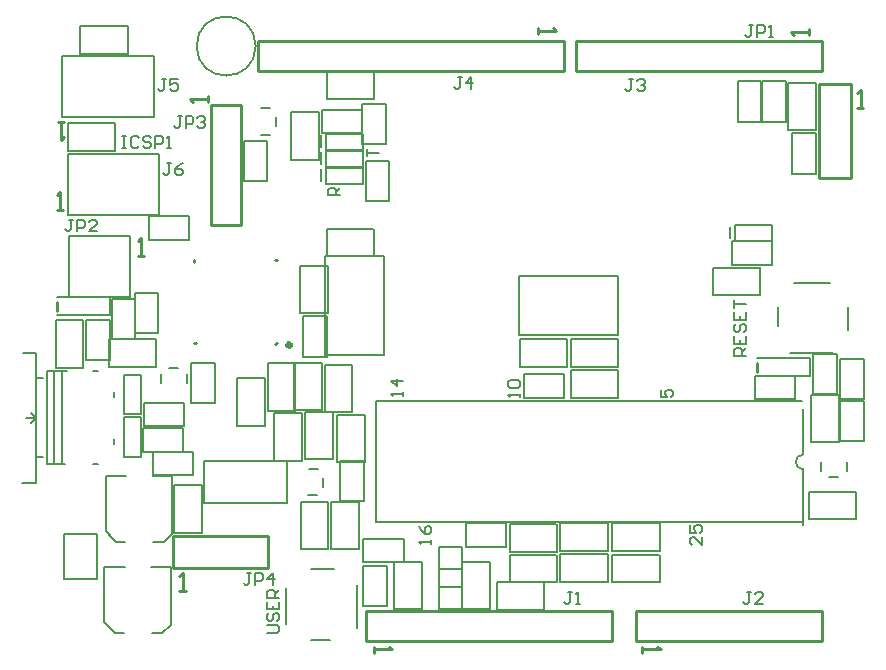
<source format=gto>
G04*
G04 #@! TF.GenerationSoftware,Altium Limited,Altium Designer,24.5.2 (23)*
G04*
G04 Layer_Color=65535*
%FSLAX42Y42*%
%MOMM*%
G71*
G04*
G04 #@! TF.SameCoordinates,800EA35B-6491-4ADE-9D72-18F2112E8D14*
G04*
G04*
G04 #@! TF.FilePolarity,Positive*
G04*
G01*
G75*
%ADD10C,0.20*%
%ADD11C,0.50*%
%ADD12C,0.25*%
%ADD13C,0.15*%
D10*
X1710Y5160D02*
G03*
X1710Y5160I-250J0D01*
G01*
X6346Y1702D02*
G03*
X6346Y1575I0J-63D01*
G01*
X2180Y730D02*
X2371D01*
X2570Y236D02*
Y600D01*
X2337Y130D02*
X2338Y131D01*
X2180Y130D02*
X2337D01*
X1970Y269D02*
X1970Y269D01*
Y575D01*
X1810Y4018D02*
Y4360D01*
X1610Y4018D02*
Y4360D01*
X1810D01*
X1610Y4018D02*
X1810D01*
X2614Y4329D02*
X2814D01*
X2614Y4671D02*
X2814D01*
X2614Y4329D02*
Y4671D01*
X2814Y4329D02*
Y4671D01*
X2840Y3848D02*
Y4190D01*
X2640Y3848D02*
Y4190D01*
X2840D01*
X2640Y3848D02*
X2840D01*
X761Y1940D02*
Y2140D01*
X1103Y1940D02*
Y2140D01*
X761D02*
X1103D01*
X761Y1940D02*
X1103D01*
X756Y1727D02*
X1098D01*
X756Y1927D02*
X1098D01*
Y1727D02*
Y1927D01*
X756Y1727D02*
Y1927D01*
X838Y1527D02*
Y1727D01*
X1180Y1527D02*
Y1727D01*
X838D02*
X1180D01*
X838Y1527D02*
X1180D01*
X2110Y2530D02*
Y2872D01*
X2310Y2530D02*
Y2872D01*
X2110Y2530D02*
X2310D01*
X2110Y2872D02*
X2310D01*
X5790Y4518D02*
X5990D01*
X5790Y4860D02*
X5990D01*
X5790Y4518D02*
Y4860D01*
X5990Y4518D02*
Y4860D01*
X6200Y4518D02*
Y4860D01*
X6000Y4518D02*
Y4860D01*
X6200D01*
X6000Y4518D02*
X6200D01*
X6250Y4078D02*
X6450D01*
X6250Y4420D02*
X6450D01*
X6250Y4078D02*
Y4420D01*
X6450Y4078D02*
Y4420D01*
X3488Y920D02*
X3830D01*
X3488Y1120D02*
X3830D01*
Y920D02*
Y1120D01*
X3488Y920D02*
Y1120D01*
X2612Y4420D02*
Y4620D01*
X2270Y4420D02*
Y4620D01*
Y4420D02*
X2612D01*
X2270Y4620D02*
X2612D01*
X3978Y2180D02*
X4320D01*
X3978Y2380D02*
X4320D01*
Y2180D02*
Y2380D01*
X3978Y2180D02*
Y2380D01*
X6082Y3310D02*
Y3510D01*
X5740Y3310D02*
Y3510D01*
Y3310D02*
X6082D01*
X5740Y3510D02*
X6082D01*
X2624Y1305D02*
Y1647D01*
X2424Y1305D02*
Y1647D01*
X2624D01*
X2424Y1305D02*
X2624D01*
X275Y2843D02*
X475D01*
X275Y2501D02*
X475D01*
Y2843D01*
X275Y2501D02*
Y2843D01*
X6430Y2211D02*
Y2553D01*
X6630Y2211D02*
Y2553D01*
X6430Y2211D02*
X6630D01*
X6430Y2553D02*
X6630D01*
X2962Y790D02*
Y990D01*
X2620Y790D02*
Y990D01*
Y790D02*
X2962D01*
X2620Y990D02*
X2962D01*
X3461Y579D02*
Y921D01*
X3261Y579D02*
Y921D01*
X3461D01*
X3261Y579D02*
X3461D01*
X3260Y735D02*
X3460D01*
X3260Y392D02*
X3460D01*
Y735D01*
X3260Y392D02*
Y735D01*
X885Y2730D02*
Y3072D01*
X685Y2730D02*
Y3072D01*
X885D01*
X685Y2730D02*
X885D01*
X5938Y2168D02*
Y2368D01*
X6280Y2168D02*
Y2368D01*
X5938D02*
X6280D01*
X5938Y2168D02*
X6280D01*
X6860Y1814D02*
Y2156D01*
X6660Y1814D02*
Y2156D01*
X6860D01*
X6660Y1814D02*
X6860D01*
X490Y2679D02*
X690D01*
X490Y3021D02*
X690D01*
X490Y2679D02*
Y3021D01*
X690Y2679D02*
Y3021D01*
X6660Y2172D02*
Y2514D01*
X6860Y2172D02*
Y2514D01*
X6660Y2172D02*
X6860D01*
X6660Y2514D02*
X6860D01*
X2620Y762D02*
X2820D01*
X2620Y420D02*
X2820D01*
Y762D01*
X2620Y420D02*
Y762D01*
X1366Y2135D02*
Y2478D01*
X1166Y2135D02*
Y2478D01*
X1366D01*
X1166Y2135D02*
X1366D01*
X1145Y3519D02*
Y3719D01*
X803Y3519D02*
Y3719D01*
Y3519D02*
X1145D01*
X803Y3719D02*
X1145D01*
X25Y2882D02*
X475D01*
X25Y3032D02*
X475D01*
Y2882D02*
Y3032D01*
X6404Y2365D02*
Y2515D01*
X5954D02*
X6404D01*
X5954Y2365D02*
X6404D01*
X-56Y1622D02*
Y2408D01*
X4Y1620D02*
Y2410D01*
X74Y1620D02*
Y2410D01*
X-146Y1460D02*
Y2560D01*
X-266Y1460D02*
X-146D01*
X-256Y2560D02*
X-146D01*
Y2353D02*
X-89D01*
X-146Y1678D02*
X-88D01*
X-236Y2010D02*
X-146D01*
X-236D02*
X-196D01*
X-149D02*
X-146D01*
X-191Y2052D02*
X-149Y2010D01*
X-149D02*
X-148D01*
X-192Y1967D02*
X-149Y2010D01*
X514Y1794D02*
Y1837D01*
X332Y1620D02*
X375D01*
X331Y2410D02*
X374D01*
X-54Y2409D02*
X113D01*
X514Y2189D02*
Y2227D01*
X-51Y1620D02*
X97D01*
X118Y3730D02*
Y4242D01*
Y3730D02*
X891D01*
Y4242D01*
X118D02*
X891D01*
X72Y4563D02*
Y5075D01*
Y4563D02*
X845D01*
Y5075D01*
X72D02*
X845D01*
X127Y3039D02*
X644D01*
X127Y3551D02*
X644D01*
Y3039D02*
Y3551D01*
X127Y3039D02*
Y3551D01*
X6450Y4450D02*
Y4850D01*
X6215Y4450D02*
Y4844D01*
X6215Y4850D02*
X6450D01*
X6215Y4450D02*
X6450D01*
X520Y4275D02*
Y4510D01*
X120Y4275D02*
Y4510D01*
X126Y4275D02*
X520D01*
X120Y4510D02*
X520D01*
X6346Y1105D02*
Y1194D01*
Y1702D02*
Y2083D01*
Y1194D02*
Y1575D01*
X2727Y1129D02*
X6333D01*
X2727Y2151D02*
X6333Y2151D01*
X2727Y1129D02*
Y2151D01*
X1276Y1651D02*
X1976D01*
Y1291D02*
Y1651D01*
X1276Y1291D02*
X1976D01*
X1276D02*
Y1651D01*
X2294Y2460D02*
X2529D01*
X2294Y2060D02*
X2529D01*
X2529Y2066D02*
Y2460D01*
X2294Y2060D02*
Y2460D01*
X1552Y2346D02*
X1787D01*
X1552Y1946D02*
X1788D01*
X1787Y1952D02*
Y2346D01*
X1552Y1946D02*
Y2346D01*
X1020Y1440D02*
X1255D01*
X1020Y1040D02*
X1255D01*
X1255Y1046D02*
Y1440D01*
X1020Y1040D02*
Y1440D01*
X2090Y1300D02*
X2325D01*
X2090Y900D02*
X2325D01*
X2325Y906D02*
Y1300D01*
X2090Y900D02*
Y1300D01*
X5130Y885D02*
Y1120D01*
X4730Y885D02*
Y1120D01*
X4736Y885D02*
X5130D01*
X4730Y1120D02*
X5130D01*
X2710Y4715D02*
Y4950D01*
X2310Y4715D02*
Y4950D01*
X2316Y4715D02*
X2710D01*
X2310Y4950D02*
X2710D01*
X3860Y620D02*
Y855D01*
X4260Y620D02*
Y855D01*
X3860Y855D02*
X4254D01*
X3860Y620D02*
X4260D01*
X5584Y3050D02*
Y3285D01*
X5984Y3050D02*
Y3286D01*
X5584Y3285D02*
X5979D01*
X5584Y3050D02*
X5984D01*
X3940Y2710D02*
X4780D01*
X3940Y3210D02*
X4780D01*
X3940Y2710D02*
Y3210D01*
X4780Y2710D02*
Y3210D01*
X2300Y2545D02*
Y3385D01*
X2800Y2545D02*
Y3385D01*
X2300D02*
X2800D01*
X2300Y2545D02*
X2800D01*
X2100Y1650D02*
Y2050D01*
X1865Y1650D02*
Y2044D01*
X1865Y2050D02*
X2100D01*
X1865Y1650D02*
X2100D01*
X4730Y620D02*
X5130D01*
X4730Y855D02*
X5124D01*
X5130Y620D02*
Y855D01*
X4730Y620D02*
Y855D01*
X4290Y860D02*
X4690D01*
X4296Y625D02*
X4690D01*
X4290Y625D02*
Y860D01*
X4690Y625D02*
Y860D01*
X1881Y4482D02*
Y4558D01*
X1759Y4632D02*
X1834D01*
X1754Y4410D02*
X1830D01*
X980Y2432D02*
X1055D01*
X906Y2311D02*
Y2385D01*
X1127Y2305D02*
Y2382D01*
X6566Y1514D02*
X6642D01*
X6716Y1562D02*
Y1636D01*
X6494Y1565D02*
Y1641D01*
X2281Y1427D02*
Y1503D01*
X2159Y1577D02*
X2234D01*
X2154Y1355D02*
X2230D01*
X837Y1520D02*
X1000D01*
X931Y961D02*
X1000Y1030D01*
X440Y1051D02*
X485Y1005D01*
X841Y959D02*
X843Y961D01*
X931D01*
Y961D01*
X1000Y1031D01*
Y1040D01*
Y1051D01*
X531Y960D02*
X601D01*
X440Y1051D02*
X531Y960D01*
X440Y1520D02*
X610D01*
X1000Y1030D02*
Y1520D01*
X440Y1051D02*
Y1520D01*
X827Y750D02*
X990D01*
X921Y190D02*
X990Y259D01*
X430Y280D02*
X475Y235D01*
X831Y189D02*
X833Y190D01*
X921D01*
Y191D01*
X990Y260D01*
Y270D01*
Y280D01*
X521Y189D02*
X591D01*
X430Y280D02*
X521Y189D01*
X430Y750D02*
X600D01*
X990Y259D02*
Y750D01*
X430Y280D02*
Y750D01*
X90Y1030D02*
X370D01*
Y650D02*
Y1030D01*
X90Y650D02*
X370D01*
X90D02*
Y1030D01*
X6729Y2756D02*
Y2947D01*
X6235Y2557D02*
X6599D01*
X6129Y2789D02*
X6130Y2788D01*
X6129Y2789D02*
Y2947D01*
X6268Y3157D02*
X6268Y3157D01*
X6574D01*
X2305Y4131D02*
X2615D01*
X2305Y3991D02*
Y4131D01*
Y3991D02*
X2615D01*
Y4131D01*
X2264Y4015D02*
Y4115D01*
X5770Y3648D02*
X6080D01*
X5770Y3508D02*
Y3648D01*
Y3508D02*
X6080D01*
Y3648D01*
X5729Y3532D02*
Y3631D01*
X2305Y4275D02*
X2615D01*
X2305Y4135D02*
Y4275D01*
Y4135D02*
X2615D01*
Y4275D01*
X2264Y4159D02*
Y4259D01*
X2305Y4419D02*
X2615D01*
X2305Y4279D02*
Y4419D01*
Y4279D02*
X2615D01*
Y4419D01*
X2264Y4303D02*
Y4403D01*
X594Y2377D02*
X735D01*
X594Y2042D02*
Y2377D01*
X735Y2042D02*
Y2377D01*
X594Y2042D02*
X735D01*
X598Y1683D02*
X738D01*
Y2018D01*
X598Y1683D02*
Y2018D01*
X738D01*
X2038Y2075D02*
Y2475D01*
X2273Y2081D02*
Y2475D01*
X2038Y2075D02*
X2273D01*
X2038Y2475D02*
X2273D01*
X2085Y2900D02*
X2320D01*
X2085Y3300D02*
X2320D01*
X2085Y2900D02*
Y3294D01*
X2320Y2900D02*
Y3300D01*
X1811Y2074D02*
Y2474D01*
X2046Y2080D02*
Y2474D01*
X1811Y2074D02*
X2047D01*
X1811Y2474D02*
X2046D01*
X2310Y3380D02*
X2710D01*
X2310Y3615D02*
X2704D01*
X2710Y3380D02*
Y3615D01*
X2310Y3380D02*
Y3615D01*
X2402Y1640D02*
X2637D01*
X2402Y2040D02*
X2637D01*
X2402Y1640D02*
Y2035D01*
X2637Y1640D02*
Y2040D01*
X4150Y385D02*
Y620D01*
X3750Y385D02*
Y620D01*
X3756Y385D02*
X4150D01*
X3750Y620D02*
X4150D01*
X2880Y390D02*
Y790D01*
X3115Y396D02*
Y790D01*
X2880Y390D02*
X3115D01*
X2880Y790D02*
X3115D01*
X3460D02*
X3695D01*
X3460Y390D02*
X3695D01*
X3695Y396D02*
Y790D01*
X3460Y390D02*
Y790D01*
X226Y5328D02*
X626D01*
X231Y5093D02*
X626D01*
X226Y5093D02*
Y5328D01*
X626Y5093D02*
Y5328D01*
X4380Y2180D02*
Y2415D01*
X4780Y2180D02*
Y2415D01*
X4380Y2415D02*
X4774D01*
X4380Y2180D02*
X4780D01*
X3860Y880D02*
X4260D01*
X3860Y1115D02*
X4254D01*
X4260Y880D02*
Y1115D01*
X3860Y880D02*
Y1115D01*
X4690Y885D02*
Y1120D01*
X4290Y885D02*
Y1120D01*
X4296Y885D02*
X4690D01*
X4290Y1120D02*
X4690D01*
X3950Y2443D02*
X4350D01*
X3950Y2678D02*
X4344D01*
X4350Y2443D02*
Y2679D01*
X3950Y2443D02*
Y2678D01*
X2011Y4199D02*
X2246D01*
X2010Y4599D02*
X2246D01*
X2011Y4199D02*
Y4593D01*
X2246Y4199D02*
Y4599D01*
X4380Y2680D02*
X4780D01*
X4386Y2445D02*
X4780D01*
X4380Y2445D02*
Y2680D01*
X4780Y2445D02*
Y2680D01*
X6396Y1152D02*
Y1387D01*
X6796Y1152D02*
Y1388D01*
X6396Y1387D02*
X6791D01*
X6396Y1152D02*
X6796D01*
X2130Y1660D02*
Y2060D01*
X2365Y1666D02*
Y2060D01*
X2130Y1660D02*
X2365D01*
X2130Y2060D02*
X2365D01*
X17Y2438D02*
X252D01*
X17Y2838D02*
X252D01*
X17Y2438D02*
Y2832D01*
X252Y2438D02*
Y2838D01*
X470Y2679D02*
X870D01*
X476Y2444D02*
X870D01*
X470Y2444D02*
Y2679D01*
X870Y2444D02*
Y2679D01*
X6413Y1808D02*
X6648D01*
X6412Y2208D02*
X6648D01*
X6413Y1808D02*
Y2202D01*
X6648Y1808D02*
Y2208D01*
X2350Y900D02*
Y1300D01*
X2585Y906D02*
Y1300D01*
X2350Y900D02*
X2585D01*
X2350Y1300D02*
X2585D01*
X1810Y190D02*
X1893D01*
X1910Y207D01*
Y240D01*
X1893Y257D01*
X1810D01*
X1827Y357D02*
X1810Y340D01*
Y307D01*
X1827Y290D01*
X1843D01*
X1860Y307D01*
Y340D01*
X1877Y357D01*
X1893D01*
X1910Y340D01*
Y307D01*
X1893Y290D01*
X1810Y457D02*
Y390D01*
X1910D01*
Y457D01*
X1860Y390D02*
Y423D01*
X1910Y490D02*
X1810D01*
Y540D01*
X1827Y557D01*
X1860D01*
X1877Y540D01*
Y490D01*
Y523D02*
X1910Y557D01*
X5860Y2540D02*
X5760D01*
Y2590D01*
X5777Y2607D01*
X5810D01*
X5827Y2590D01*
Y2540D01*
Y2573D02*
X5860Y2607D01*
X5760Y2707D02*
Y2640D01*
X5860D01*
Y2707D01*
X5810Y2640D02*
Y2673D01*
X5777Y2807D02*
X5760Y2790D01*
Y2757D01*
X5777Y2740D01*
X5793D01*
X5810Y2757D01*
Y2790D01*
X5827Y2807D01*
X5843D01*
X5860Y2790D01*
Y2757D01*
X5843Y2740D01*
X5760Y2907D02*
Y2840D01*
X5860D01*
Y2907D01*
X5810Y2840D02*
Y2873D01*
X5760Y2940D02*
Y3007D01*
Y2973D01*
X5860D01*
X1673Y700D02*
X1640D01*
X1657D01*
Y617D01*
X1640Y600D01*
X1623D01*
X1607Y617D01*
X1707Y600D02*
Y700D01*
X1757D01*
X1773Y683D01*
Y650D01*
X1757Y633D01*
X1707D01*
X1857Y600D02*
Y700D01*
X1807Y650D01*
X1873D01*
X1083Y4570D02*
X1050D01*
X1067D01*
Y4487D01*
X1050Y4470D01*
X1033D01*
X1017Y4487D01*
X1117Y4470D02*
Y4570D01*
X1167D01*
X1183Y4553D01*
Y4520D01*
X1167Y4503D01*
X1117D01*
X1217Y4553D02*
X1233Y4570D01*
X1267D01*
X1283Y4553D01*
Y4537D01*
X1267Y4520D01*
X1250D01*
X1267D01*
X1283Y4503D01*
Y4487D01*
X1267Y4470D01*
X1233D01*
X1217Y4487D01*
X163Y3690D02*
X130D01*
X147D01*
Y3607D01*
X130Y3590D01*
X113D01*
X97Y3607D01*
X197Y3590D02*
Y3690D01*
X247D01*
X263Y3673D01*
Y3640D01*
X247Y3623D01*
X197D01*
X363Y3590D02*
X297D01*
X363Y3657D01*
Y3673D01*
X347Y3690D01*
X313D01*
X297Y3673D01*
X5920Y5340D02*
X5887D01*
X5903D01*
Y5257D01*
X5887Y5240D01*
X5870D01*
X5853Y5257D01*
X5953Y5240D02*
Y5340D01*
X6003D01*
X6020Y5323D01*
Y5290D01*
X6003Y5273D01*
X5953D01*
X6053Y5240D02*
X6087D01*
X6070D01*
Y5340D01*
X6053Y5323D01*
X993Y4170D02*
X960D01*
X977D01*
Y4087D01*
X960Y4070D01*
X943D01*
X927Y4087D01*
X1093Y4170D02*
X1060Y4153D01*
X1027Y4120D01*
Y4087D01*
X1043Y4070D01*
X1077D01*
X1093Y4087D01*
Y4103D01*
X1077Y4120D01*
X1027D01*
X953Y4880D02*
X920D01*
X937D01*
Y4797D01*
X920Y4780D01*
X903D01*
X887Y4797D01*
X1053Y4880D02*
X987D01*
Y4830D01*
X1020Y4847D01*
X1037D01*
X1053Y4830D01*
Y4797D01*
X1037Y4780D01*
X1003D01*
X987Y4797D01*
X3453Y4900D02*
X3420D01*
X3437D01*
Y4817D01*
X3420Y4800D01*
X3403D01*
X3387Y4817D01*
X3537Y4800D02*
Y4900D01*
X3487Y4850D01*
X3553D01*
X4903Y4880D02*
X4870D01*
X4887D01*
Y4797D01*
X4870Y4780D01*
X4853D01*
X4837Y4797D01*
X4937Y4863D02*
X4953Y4880D01*
X4987D01*
X5003Y4863D01*
Y4847D01*
X4987Y4830D01*
X4970D01*
X4987D01*
X5003Y4813D01*
Y4797D01*
X4987Y4780D01*
X4953D01*
X4937Y4797D01*
X5903Y540D02*
X5870D01*
X5887D01*
Y457D01*
X5870Y440D01*
X5853D01*
X5837Y457D01*
X6003Y440D02*
X5937D01*
X6003Y507D01*
Y523D01*
X5987Y540D01*
X5953D01*
X5937Y523D01*
X4390Y540D02*
X4357D01*
X4373D01*
Y457D01*
X4357Y440D01*
X4340D01*
X4323Y457D01*
X4423Y440D02*
X4457D01*
X4440D01*
Y540D01*
X4423Y523D01*
D11*
X2005Y2628D02*
G03*
X2005Y2628I-12J0D01*
G01*
D12*
X24Y2917D02*
Y2990D01*
X5953Y2400D02*
Y2473D01*
X6483Y4040D02*
Y4842D01*
X6748Y4040D02*
Y4842D01*
X6483D02*
X6748D01*
X6483Y4040D02*
X6748D01*
X6502Y5207D02*
X6503Y5207D01*
Y4953D02*
Y5207D01*
X4420Y4953D02*
X6503D01*
X4420Y5207D02*
X6502D01*
X4420Y4953D02*
Y5207D01*
X4420Y5207D01*
Y5207D02*
Y5207D01*
X4420Y5207D02*
X4420Y5207D01*
X4928Y127D02*
Y381D01*
X6502D01*
Y127D02*
Y381D01*
X4928Y127D02*
X6502D01*
X2641Y127D02*
X2642Y127D01*
X2641Y127D02*
Y381D01*
X4724D01*
X2642Y127D02*
X4724D01*
Y127D02*
Y381D01*
X4724Y127D02*
X4724Y127D01*
X4724Y127D02*
Y127D01*
X4724Y127D01*
X1010Y743D02*
X1812D01*
X1010Y1008D02*
X1812D01*
X1010Y743D02*
Y1008D01*
X1812Y743D02*
Y1008D01*
X1333Y4658D02*
X1587D01*
Y3642D02*
Y4658D01*
X1333Y3642D02*
X1587D01*
X1333D02*
Y4658D01*
X4318Y4953D02*
Y5207D01*
X1727Y4953D02*
X4318D01*
X1727D02*
Y5207D01*
X4318D01*
X1873Y3350D02*
X1890D01*
X1190Y3333D02*
Y3350D01*
Y2650D02*
X1207D01*
X1890Y2650D02*
Y2650D01*
Y2650D02*
Y2650D01*
X1876Y2636D02*
X1890Y2650D01*
X6805Y4635D02*
X6856D01*
X6831D01*
Y4788D01*
X6805Y4762D01*
X6395Y5255D02*
Y5306D01*
Y5281D01*
X6242D01*
X6268Y5255D01*
X4985Y76D02*
Y25D01*
Y51D01*
X5138D01*
X5112Y76D01*
X2715D02*
Y25D01*
Y51D01*
X2868D01*
X2842Y76D01*
X1065Y545D02*
X1116D01*
X1091D01*
Y698D01*
X1065Y672D01*
X25Y3775D02*
X76D01*
X51D01*
Y3928D01*
X25Y3902D01*
X85Y4515D02*
X34D01*
X59D01*
Y4362D01*
X85Y4388D01*
X715Y3385D02*
X766D01*
X741D01*
Y3538D01*
X715Y3512D01*
X1308Y4684D02*
Y4734D01*
Y4709D01*
X1155D01*
X1181Y4684D01*
X4102Y5310D02*
Y5260D01*
Y5285D01*
X4254D01*
X4229Y5310D01*
D13*
X2655Y4225D02*
Y4292D01*
Y4258D01*
X2755D01*
X2425Y3895D02*
X2325D01*
Y3945D01*
X2342Y3962D01*
X2375D01*
X2392Y3945D01*
Y3895D01*
Y3928D02*
X2425Y3962D01*
X3195Y945D02*
Y978D01*
Y962D01*
X3095D01*
X3112Y945D01*
X3095Y1095D02*
X3112Y1062D01*
X3145Y1028D01*
X3178D01*
X3195Y1045D01*
Y1078D01*
X3178Y1095D01*
X3162D01*
X3145Y1078D01*
Y1028D01*
X5485Y1002D02*
Y935D01*
X5418Y1002D01*
X5402D01*
X5385Y985D01*
Y952D01*
X5402Y935D01*
X5385Y1102D02*
Y1035D01*
X5435D01*
X5418Y1068D01*
Y1085D01*
X5435Y1102D01*
X5468D01*
X5485Y1085D01*
Y1052D01*
X5468Y1035D01*
X2955Y2195D02*
Y2228D01*
Y2212D01*
X2855D01*
X2872Y2195D01*
X2955Y2328D02*
X2855D01*
X2905Y2278D01*
Y2345D01*
X3945Y2185D02*
Y2218D01*
Y2202D01*
X3845D01*
X3862Y2185D01*
Y2268D02*
X3845Y2285D01*
Y2318D01*
X3862Y2335D01*
X3928D01*
X3945Y2318D01*
Y2285D01*
X3928Y2268D01*
X3862D01*
X5145Y2252D02*
Y2185D01*
X5195D01*
X5178Y2218D01*
Y2235D01*
X5195Y2252D01*
X5228D01*
X5245Y2235D01*
Y2202D01*
X5228Y2185D01*
X575Y4395D02*
X608D01*
X592D01*
Y4295D01*
X575D01*
X608D01*
X725Y4378D02*
X708Y4395D01*
X675D01*
X658Y4378D01*
Y4312D01*
X675Y4295D01*
X708D01*
X725Y4312D01*
X825Y4378D02*
X808Y4395D01*
X775D01*
X758Y4378D01*
Y4362D01*
X775Y4345D01*
X808D01*
X825Y4328D01*
Y4312D01*
X808Y4295D01*
X775D01*
X758Y4312D01*
X858Y4295D02*
Y4395D01*
X908D01*
X925Y4378D01*
Y4345D01*
X908Y4328D01*
X858D01*
X958Y4295D02*
X992D01*
X975D01*
Y4395D01*
X958Y4378D01*
M02*

</source>
